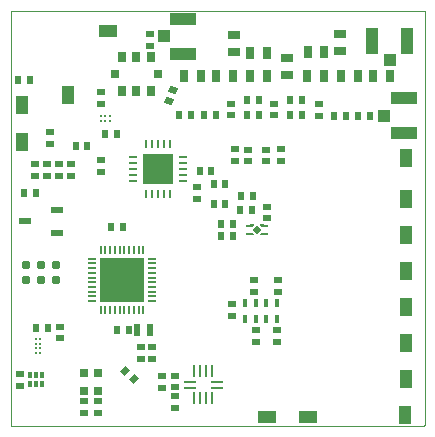
<source format=gtp>
G04 Layer_Color=7318015*
%FSLAX43Y43*%
%MOMM*%
G71*
G01*
G75*
%ADD13R,0.550X0.800*%
%ADD14R,0.400X0.800*%
%ADD15R,0.200X0.200*%
%ADD16C,0.200*%
%ADD17R,0.700X0.550*%
%ADD18R,0.500X0.700*%
%ADD19R,0.700X0.500*%
%ADD20R,1.000X1.600*%
%ADD21R,0.550X0.700*%
%ADD22O,0.200X0.800*%
%ADD23O,0.800X0.200*%
%ADD24R,3.700X3.700*%
%ADD25C,0.787*%
%ADD26R,1.000X0.600*%
%ADD27R,1.600X1.000*%
%ADD28R,0.250X1.000*%
%ADD29R,1.000X0.250*%
%ADD30R,0.700X0.800*%
G04:AMPARAMS|DCode=31|XSize=0.55mm|YSize=0.7mm|CornerRadius=0mm|HoleSize=0mm|Usage=FLASHONLY|Rotation=135.000|XOffset=0mm|YOffset=0mm|HoleType=Round|Shape=Rectangle|*
%AMROTATEDRECTD31*
4,1,4,0.442,0.053,-0.053,-0.442,-0.442,-0.053,0.053,0.442,0.442,0.053,0.0*
%
%ADD31ROTATEDRECTD31*%

%ADD32R,0.500X1.000*%
%ADD33R,0.700X0.900*%
%ADD34R,0.800X0.800*%
%ADD35R,2.600X2.600*%
%ADD36O,0.800X0.250*%
%ADD37O,0.250X0.800*%
G04:AMPARAMS|DCode=38|XSize=0.55mm|YSize=0.7mm|CornerRadius=0mm|HoleSize=0mm|Usage=FLASHONLY|Rotation=250.000|XOffset=0mm|YOffset=0mm|HoleType=Round|Shape=Rectangle|*
%AMROTATEDRECTD38*
4,1,4,-0.235,0.378,0.423,0.139,0.235,-0.378,-0.423,-0.139,-0.235,0.378,0.0*
%
%ADD38ROTATEDRECTD38*%

%ADD39R,0.800X1.000*%
%ADD40R,1.000X0.800*%
%ADD41R,1.050X1.000*%
%ADD42R,2.200X1.050*%
%ADD43R,1.000X1.050*%
%ADD44R,1.050X2.200*%
%ADD45R,0.300X0.520*%
%ADD46R,0.300X0.490*%
G04:AMPARAMS|DCode=47|XSize=0.1mm|YSize=0.05mm|CornerRadius=0mm|HoleSize=0mm|Usage=FLASHONLY|Rotation=225.000|XOffset=0mm|YOffset=0mm|HoleType=Round|Shape=Rectangle|*
%AMROTATEDRECTD47*
4,1,4,0.018,0.053,0.053,0.018,-0.018,-0.053,-0.053,-0.018,0.018,0.053,0.0*
%
%ADD47ROTATEDRECTD47*%

%ADD48R,0.260X0.080*%
%ADD49P,0.184X4X270.0*%
G04:AMPARAMS|DCode=50|XSize=0.255mm|YSize=0.03mm|CornerRadius=0mm|HoleSize=0mm|Usage=FLASHONLY|Rotation=225.000|XOffset=0mm|YOffset=0mm|HoleType=Round|Shape=Rectangle|*
%AMROTATEDRECTD50*
4,1,4,0.080,0.101,0.101,0.080,-0.080,-0.101,-0.101,-0.080,0.080,0.101,0.0*
%
%ADD50ROTATEDRECTD50*%

%ADD51R,0.360X0.030*%
%ADD52R,0.500X0.210*%
G04:AMPARAMS|DCode=53|XSize=0.255mm|YSize=0.03mm|CornerRadius=0mm|HoleSize=0mm|Usage=FLASHONLY|Rotation=135.000|XOffset=0mm|YOffset=0mm|HoleType=Round|Shape=Rectangle|*
%AMROTATEDRECTD53*
4,1,4,0.101,-0.080,0.080,-0.101,-0.101,0.080,-0.080,0.101,0.101,-0.080,0.0*
%
%ADD53ROTATEDRECTD53*%

G04:AMPARAMS|DCode=54|XSize=0.1mm|YSize=0.05mm|CornerRadius=0mm|HoleSize=0mm|Usage=FLASHONLY|Rotation=135.000|XOffset=0mm|YOffset=0mm|HoleType=Round|Shape=Rectangle|*
%AMROTATEDRECTD54*
4,1,4,0.053,-0.018,0.018,-0.053,-0.053,0.018,-0.018,0.053,0.053,-0.018,0.0*
%
%ADD54ROTATEDRECTD54*%

%ADD55P,0.679X4X90.0*%
%ADD67C,0.100*%
D13*
X54737Y50396D02*
D03*
Y52096D02*
D03*
X53787D02*
D03*
Y50396D02*
D03*
D14*
X56384Y41950D02*
D03*
X57284D02*
D03*
X58184D02*
D03*
X59084D02*
D03*
X56384Y40650D02*
D03*
X57284D02*
D03*
X58184D02*
D03*
X59084D02*
D03*
D15*
X44958Y57804D02*
D03*
Y57404D02*
D03*
X44558Y57804D02*
D03*
Y57404D02*
D03*
X44158Y57804D02*
D03*
Y57404D02*
D03*
D16*
X39062Y37754D02*
D03*
X38662D02*
D03*
X39062Y38154D02*
D03*
X38662D02*
D03*
X39062Y38554D02*
D03*
X38662D02*
D03*
X39062Y38954D02*
D03*
X38662D02*
D03*
D17*
X39878Y55474D02*
D03*
Y56474D02*
D03*
X52324Y50800D02*
D03*
Y51800D02*
D03*
X58182Y53975D02*
D03*
Y54975D02*
D03*
X56658Y53975D02*
D03*
Y54975D02*
D03*
X59207Y42951D02*
D03*
Y43951D02*
D03*
X57175Y42951D02*
D03*
Y43951D02*
D03*
X59084Y39726D02*
D03*
Y38726D02*
D03*
X57302Y38710D02*
D03*
Y39710D02*
D03*
X49327Y34773D02*
D03*
Y35773D02*
D03*
X43917Y33655D02*
D03*
Y32655D02*
D03*
X42774Y33655D02*
D03*
Y32655D02*
D03*
D18*
X64925Y57850D02*
D03*
X63925D02*
D03*
X61225Y57875D02*
D03*
X60225D02*
D03*
X57550D02*
D03*
X56550D02*
D03*
X53950D02*
D03*
X52950D02*
D03*
X54372Y48641D02*
D03*
X55372D02*
D03*
X50825Y57875D02*
D03*
X51825D02*
D03*
X45558Y56334D02*
D03*
X44558D02*
D03*
X66950Y57850D02*
D03*
X65950D02*
D03*
X61225Y59150D02*
D03*
X60225D02*
D03*
X53550Y53175D02*
D03*
X52550D02*
D03*
X57575Y59200D02*
D03*
X56575D02*
D03*
X42053Y55321D02*
D03*
X43053D02*
D03*
X54372Y47625D02*
D03*
X55372D02*
D03*
X56000Y49900D02*
D03*
X57000D02*
D03*
X45025Y48463D02*
D03*
X46025D02*
D03*
X38211Y60833D02*
D03*
X37211D02*
D03*
X39735Y39878D02*
D03*
X38735D02*
D03*
X45533Y39700D02*
D03*
X46533D02*
D03*
D19*
X44196Y53102D02*
D03*
Y54102D02*
D03*
X62625Y57850D02*
D03*
Y58850D02*
D03*
X58875Y57875D02*
D03*
Y58875D02*
D03*
X55225Y57875D02*
D03*
Y58875D02*
D03*
X59452Y53991D02*
D03*
Y54991D02*
D03*
X55515Y53991D02*
D03*
Y54991D02*
D03*
X58250Y50149D02*
D03*
Y49149D02*
D03*
X55270Y41894D02*
D03*
Y40894D02*
D03*
X50470Y34839D02*
D03*
Y35839D02*
D03*
Y34096D02*
D03*
Y33096D02*
D03*
X48514Y38236D02*
D03*
Y37236D02*
D03*
X47549Y38236D02*
D03*
Y37236D02*
D03*
X40767Y39989D02*
D03*
Y38989D02*
D03*
X44196Y58817D02*
D03*
Y59817D02*
D03*
X48387Y63745D02*
D03*
Y64745D02*
D03*
X37313Y36001D02*
D03*
Y35001D02*
D03*
X41656Y52721D02*
D03*
Y53721D02*
D03*
X40640Y52721D02*
D03*
Y53721D02*
D03*
X39624Y52721D02*
D03*
Y53721D02*
D03*
X38608Y52721D02*
D03*
Y53721D02*
D03*
D20*
X69925Y32525D02*
D03*
X70025Y54300D02*
D03*
X70000Y35550D02*
D03*
Y44700D02*
D03*
Y47749D02*
D03*
Y38600D02*
D03*
X70050Y50800D02*
D03*
X41402Y59588D02*
D03*
X37550Y55600D02*
D03*
X37500Y58725D02*
D03*
X70002Y41656D02*
D03*
D21*
X57050Y51050D02*
D03*
X56050D02*
D03*
X37719Y51283D02*
D03*
X38719D02*
D03*
D22*
X47774Y46492D02*
D03*
X47374D02*
D03*
X46974D02*
D03*
X46574D02*
D03*
X46174D02*
D03*
X45774D02*
D03*
X45374D02*
D03*
X44974D02*
D03*
X44574D02*
D03*
X44174D02*
D03*
Y41392D02*
D03*
X44574D02*
D03*
X44974D02*
D03*
X45374D02*
D03*
X45774D02*
D03*
X46174D02*
D03*
X46574D02*
D03*
X46974D02*
D03*
X47374D02*
D03*
X47774D02*
D03*
D23*
X43424Y45742D02*
D03*
Y45342D02*
D03*
Y44942D02*
D03*
Y44542D02*
D03*
Y44142D02*
D03*
Y43742D02*
D03*
Y43342D02*
D03*
Y42942D02*
D03*
Y42542D02*
D03*
Y42142D02*
D03*
X48524D02*
D03*
Y42542D02*
D03*
Y42942D02*
D03*
Y43342D02*
D03*
Y43742D02*
D03*
Y44142D02*
D03*
Y44542D02*
D03*
Y44942D02*
D03*
Y45342D02*
D03*
Y45742D02*
D03*
D24*
X45974Y43942D02*
D03*
D25*
X40386D02*
D03*
X37846D02*
D03*
Y45212D02*
D03*
X39116Y43942D02*
D03*
Y45212D02*
D03*
X40386D02*
D03*
D26*
X37766Y48895D02*
D03*
X40466Y49845D02*
D03*
Y47945D02*
D03*
D27*
X44780Y65024D02*
D03*
X58242Y32360D02*
D03*
X61747Y32334D02*
D03*
D28*
X52107Y36202D02*
D03*
X52607D02*
D03*
X53107D02*
D03*
X53607D02*
D03*
X52107Y33952D02*
D03*
X52607D02*
D03*
X53107D02*
D03*
X53607D02*
D03*
D29*
X51732Y35327D02*
D03*
X53982D02*
D03*
X51732Y34827D02*
D03*
X53982D02*
D03*
D30*
X42774Y34568D02*
D03*
Y36068D02*
D03*
X43917Y34568D02*
D03*
Y36068D02*
D03*
D31*
X46957Y35517D02*
D03*
X46250Y36224D02*
D03*
D32*
X48387Y39675D02*
D03*
X47287D02*
D03*
D33*
X47193Y59896D02*
D03*
X48393D02*
D03*
X45993D02*
D03*
Y62796D02*
D03*
X47193D02*
D03*
X48393D02*
D03*
D34*
X48993Y61346D02*
D03*
X45393D02*
D03*
D35*
X49022Y53340D02*
D03*
D36*
X51122Y54340D02*
D03*
Y53840D02*
D03*
Y53340D02*
D03*
Y52840D02*
D03*
Y52340D02*
D03*
X46922D02*
D03*
Y52840D02*
D03*
Y53340D02*
D03*
Y53840D02*
D03*
Y54340D02*
D03*
D37*
X50022Y51240D02*
D03*
X49522D02*
D03*
X49022D02*
D03*
X48522D02*
D03*
X48022D02*
D03*
Y55440D02*
D03*
X48522D02*
D03*
X49022D02*
D03*
X49522D02*
D03*
X50022D02*
D03*
D38*
X50301Y59993D02*
D03*
X49959Y59054D02*
D03*
D39*
X61684Y63246D02*
D03*
X63119D02*
D03*
X56790Y63150D02*
D03*
X58225D02*
D03*
X67215Y61175D02*
D03*
X68650D02*
D03*
X51215Y61250D02*
D03*
X52650D02*
D03*
X65935Y61175D02*
D03*
X64500D02*
D03*
X63085D02*
D03*
X61650D02*
D03*
X58210Y61250D02*
D03*
X56775D02*
D03*
X55410D02*
D03*
X53975D02*
D03*
D40*
X64450Y64735D02*
D03*
Y63300D02*
D03*
X59919Y62725D02*
D03*
Y61290D02*
D03*
X55423Y64656D02*
D03*
Y63221D02*
D03*
D41*
X68200Y57850D02*
D03*
X49554Y64567D02*
D03*
D42*
X69825Y56375D02*
D03*
Y59325D02*
D03*
X51179Y63092D02*
D03*
Y66042D02*
D03*
D43*
X68656Y62559D02*
D03*
D44*
X70131Y64184D02*
D03*
X67181D02*
D03*
D45*
X38225Y35140D02*
D03*
D46*
X38725D02*
D03*
X39225D02*
D03*
X38225Y35910D02*
D03*
X38725D02*
D03*
X39225D02*
D03*
D47*
X57720Y47771D02*
D03*
X57070Y48521D02*
D03*
D48*
X57845Y47771D02*
D03*
X56945Y47771D02*
D03*
X57845Y48521D02*
D03*
X56945Y48521D02*
D03*
D49*
X57820Y47821D02*
D03*
X56970D02*
D03*
X57820Y48471D02*
D03*
X56970Y48471D02*
D03*
D50*
X57745Y47826D02*
D03*
X57045Y48466D02*
D03*
D51*
X57820Y47731D02*
D03*
X56965D02*
D03*
X57825Y48561D02*
D03*
X56970Y48561D02*
D03*
D52*
X58070Y47821D02*
D03*
X56720Y47821D02*
D03*
X58070Y48471D02*
D03*
X56720D02*
D03*
D53*
X57045Y47822D02*
D03*
X57745Y48470D02*
D03*
D54*
X57070Y47771D02*
D03*
X57720Y48521D02*
D03*
D55*
X57395Y48146D02*
D03*
D67*
X71527Y31575D02*
X71575Y31623D01*
X36575Y66725D02*
X71600D01*
X36576Y31623D02*
Y66725D01*
X36576Y31575D02*
X71527D01*
X71600Y31623D02*
Y66725D01*
M02*

</source>
